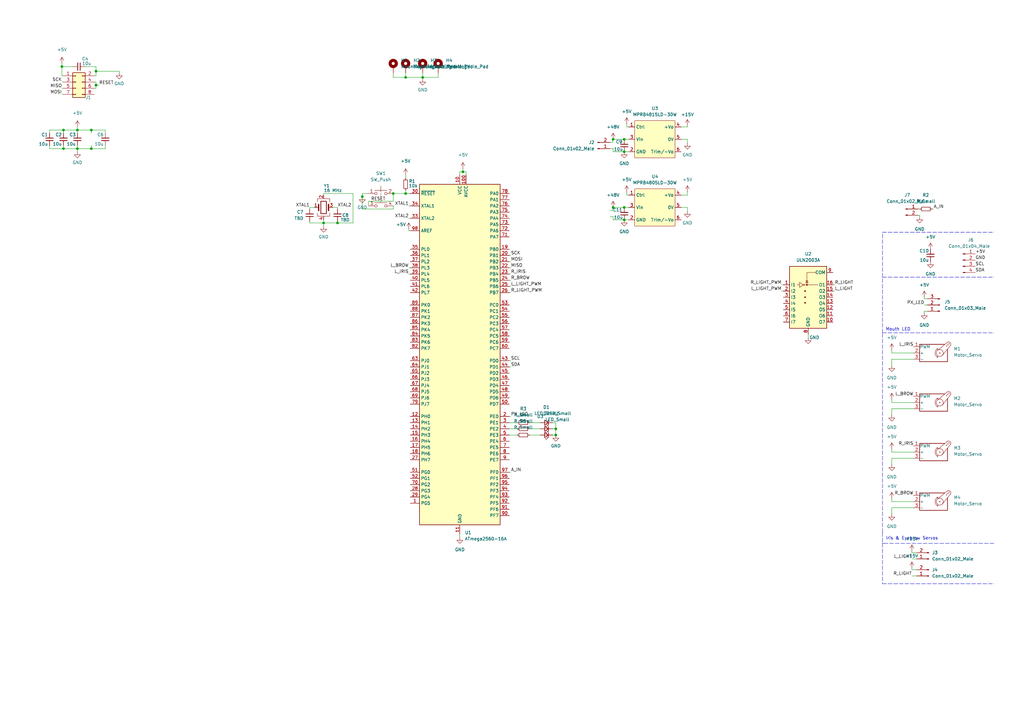
<source format=kicad_sch>
(kicad_sch (version 20211123) (generator eeschema)
  (paper "A3")
  (title_block (title "Oskar III Head Controller") (date "2022-05-09") (rev "1") (company "SA Teaduskeskus AHHAA"))
  (lib_symbols
    (symbol "Connector:Conn_01x02_Male" (pin_names (offset 1.016) hide)
      (property "Reference" "J" (at 0 2.54 0))
      (property "Value" "Conn_01x02_Male" (at 0 -5.08 0))
      (symbol "Conn_01x02_Male_1_1"
        (polyline (pts (xy 1.27 -2.54) (xy 0.8636 -2.54)) (stroke (width 0.1524)))
        (polyline (pts (xy 1.27 0) (xy 0.8636 0)) (stroke (width 0.1524)))
        (rectangle (start 0.8636 -2.413) (end 0 -2.667) (stroke (width 0.1524)) (fill (type outline)))
        (rectangle (start 0.8636 0.127) (end 0 -0.127) (stroke (width 0.1524)) (fill (type outline)))
        (pin passive line (at 5.08 0 180) (length 3.81) (name "Pin_1") (number "1"))
        (pin passive line (at 5.08 -2.54 180) (length 3.81) (name "Pin_2") (number "2"))
      )
    )
    (symbol "Connector:Conn_01x03_Male" (pin_names (offset 1.016) hide)
      (property "Reference" "J" (at 0 5.08 0))
      (property "Value" "Conn_01x03_Male" (at 0 -5.08 0))
      (symbol "Conn_01x03_Male_1_1"
        (polyline (pts (xy 1.27 -2.54) (xy 0.8636 -2.54)) (stroke (width 0.1524)))
        (polyline (pts (xy 1.27 0) (xy 0.8636 0)) (stroke (width 0.1524)))
        (polyline (pts (xy 1.27 2.54) (xy 0.8636 2.54)) (stroke (width 0.1524)))
        (rectangle (start 0.8636 -2.413) (end 0 -2.667) (stroke (width 0.1524)) (fill (type outline)))
        (rectangle (start 0.8636 0.127) (end 0 -0.127) (stroke (width 0.1524)) (fill (type outline)))
        (rectangle (start 0.8636 2.667) (end 0 2.413) (stroke (width 0.1524)) (fill (type outline)))
        (pin passive line (at 5.08 2.54 180) (length 3.81) (name "Pin_1") (number "1"))
        (pin passive line (at 5.08 0 180) (length 3.81) (name "Pin_2") (number "2"))
        (pin passive line (at 5.08 -2.54 180) (length 3.81) (name "Pin_3") (number "3"))
      )
    )
    (symbol "Connector:Conn_01x04_Male" (pin_names (offset 1.016) hide)
      (property "Reference" "J" (at 0 5.08 0))
      (property "Value" "Conn_01x04_Male" (at 0 -7.62 0))
      (symbol "Conn_01x04_Male_1_1"
        (polyline (pts (xy 1.27 -5.08) (xy 0.8636 -5.08)) (stroke (width 0.1524)))
        (polyline (pts (xy 1.27 -2.54) (xy 0.8636 -2.54)) (stroke (width 0.1524)))
        (polyline (pts (xy 1.27 0) (xy 0.8636 0)) (stroke (width 0.1524)))
        (polyline (pts (xy 1.27 2.54) (xy 0.8636 2.54)) (stroke (width 0.1524)))
        (rectangle (start 0.8636 -4.953) (end 0 -5.207) (stroke (width 0.1524)) (fill (type outline)))
        (rectangle (start 0.8636 -2.413) (end 0 -2.667) (stroke (width 0.1524)) (fill (type outline)))
        (rectangle (start 0.8636 0.127) (end 0 -0.127) (stroke (width 0.1524)) (fill (type outline)))
        (rectangle (start 0.8636 2.667) (end 0 2.413) (stroke (width 0.1524)) (fill (type outline)))
        (pin passive line (at 5.08 2.54 180) (length 3.81) (name "Pin_1") (number "1"))
        (pin passive line (at 5.08 0 180) (length 3.81) (name "Pin_2") (number "2"))
        (pin passive line (at 5.08 -2.54 180) (length 3.81) (name "Pin_3") (number "3"))
        (pin passive line (at 5.08 -5.08 180) (length 3.81) (name "Pin_4") (number "4"))
      )
    )
    (symbol "Connector_Generic:Conn_02x04_Odd_Even" (pin_names (offset 1.016) hide)
      (property "Reference" "J" (at 1.27 5.08 0))
      (property "Value" "Conn_02x04_Odd_Even" (at 1.27 -7.62 0))
      (symbol "Conn_02x04_Odd_Even_1_1"
        (rectangle (start -1.27 -4.953) (end 0 -5.207) (stroke (width 0.1524)))
        (rectangle (start -1.27 -2.413) (end 0 -2.667) (stroke (width 0.1524)))
        (rectangle (start -1.27 0.127) (end 0 -0.127) (stroke (width 0.1524)))
        (rectangle (start -1.27 2.667) (end 0 2.413) (stroke (width 0.1524)))
        (rectangle (start -1.27 3.81) (end 3.81 -6.35) (stroke (width 0.254)) (fill (type background)))
        (rectangle (start 3.81 -4.953) (end 2.54 -5.207) (stroke (width 0.1524)))
        (rectangle (start 3.81 -2.413) (end 2.54 -2.667) (stroke (width 0.1524)))
        (rectangle (start 3.81 0.127) (end 2.54 -0.127) (stroke (width 0.1524)))
        (rectangle (start 3.81 2.667) (end 2.54 2.413) (stroke (width 0.1524)))
        (pin passive line (at -5.08 2.54 0) (length 3.81) (name "Pin_1") (number "1"))
        (pin passive line (at 7.62 2.54 180) (length 3.81) (name "Pin_2") (number "2"))
        (pin passive line (at -5.08 0 0) (length 3.81) (name "Pin_3") (number "3"))
        (pin passive line (at 7.62 0 180) (length 3.81) (name "Pin_4") (number "4"))
        (pin passive line (at -5.08 -2.54 0) (length 3.81) (name "Pin_5") (number "5"))
        (pin passive line (at 7.62 -2.54 180) (length 3.81) (name "Pin_6") (number "6"))
        (pin passive line (at -5.08 -5.08 0) (length 3.81) (name "Pin_7") (number "7"))
        (pin passive line (at 7.62 -5.08 180) (length 3.81) (name "Pin_8") (number "8"))
      )
    )
    (symbol "Device:C_Small" (pin_numbers hide) (pin_names (offset 0.254) hide)
      (property "Reference" "C" (at 0.254 1.778 0))
      (property "Value" "C_Small" (at 0.254 -2.032 0))
      (symbol "C_Small_0_1"
        (polyline (pts (xy -1.524 -0.508) (xy 1.524 -0.508)) (stroke (width 0.3302)))
        (polyline (pts (xy -1.524 0.508) (xy 1.524 0.508)) (stroke (width 0.3048)))
      )
      (symbol "C_Small_1_1"
        (pin passive line (at 0 2.54 270) (length 2.032) (name "~") (number "1"))
        (pin passive line (at 0 -2.54 90) (length 2.032) (name "~") (number "2"))
      )
    )
    (symbol "Device:Crystal_GND24" (pin_names (offset 1.016) hide)
      (property "Reference" "Y" (at 3.175 5.08 0))
      (property "Value" "Crystal_GND24" (at 3.175 3.175 0))
      (symbol "Crystal_GND24_0_1"
        (rectangle (start -1.143 2.54) (end 1.143 -2.54) (stroke (width 0.3048)))
        (polyline (pts (xy -2.54 0) (xy -2.032 0)))
        (polyline (pts (xy -2.032 -1.27) (xy -2.032 1.27)) (stroke (width 0.508)))
        (polyline (pts (xy 0 -3.81) (xy 0 -3.556)))
        (polyline (pts (xy 0 3.556) (xy 0 3.81)))
        (polyline (pts (xy 2.032 -1.27) (xy 2.032 1.27)) (stroke (width 0.508)))
        (polyline (pts (xy 2.032 0) (xy 2.54 0)))
        (polyline (pts (xy -2.54 -2.286) (xy -2.54 -3.556) (xy 2.54 -3.556) (xy 2.54 -2.286)))
        (polyline (pts (xy -2.54 2.286) (xy -2.54 3.556) (xy 2.54 3.556) (xy 2.54 2.286)))
      )
      (symbol "Crystal_GND24_1_1"
        (pin passive line (at -3.81 0 0) (length 1.27) (name "1") (number "1"))
        (pin passive line (at 0 5.08 270) (length 1.27) (name "2") (number "2"))
        (pin passive line (at 3.81 0 180) (length 1.27) (name "3") (number "3"))
        (pin passive line (at 0 -5.08 90) (length 1.27) (name "4") (number "4"))
      )
    )
    (symbol "Device:LED_Small" (pin_numbers hide) (pin_names (offset 0.254) hide)
      (property "Reference" "D" (at -1.27 3.175 0))
      (property "Value" "LED_Small" (at -4.445 -2.54 0))
      (symbol "LED_Small_0_1"
        (polyline (pts (xy -0.762 -1.016) (xy -0.762 1.016)) (stroke (width 0.254)))
        (polyline (pts (xy 1.016 0) (xy -0.762 0)))
        (polyline (pts (xy 0.762 -1.016) (xy -0.762 0) (xy 0.762 1.016) (xy 0.762 -1.016)) (stroke (width 0.254)))
        (polyline (pts (xy 0 0.762) (xy -0.508 1.27) (xy -0.254 1.27) (xy -0.508 1.27) (xy -0.508 1.016)))
        (polyline (pts (xy 0.508 1.27) (xy 0 1.778) (xy 0.254 1.778) (xy 0 1.778) (xy 0 1.524)))
      )
      (symbol "LED_Small_1_1"
        (pin passive line (at -2.54 0 0) (length 1.778) (name "K") (number "1"))
        (pin passive line (at 2.54 0 180) (length 1.778) (name "A") (number "2"))
      )
    )
    (symbol "Device:R_Small" (pin_numbers hide) (pin_names (offset 0.254) hide)
      (property "Reference" "R" (at 0.762 0.508 0))
      (property "Value" "R_Small" (at 0.762 -1.016 0))
      (symbol "R_Small_0_1"
        (rectangle (start -0.762 1.778) (end 0.762 -1.778) (stroke (width 0.2032)))
      )
      (symbol "R_Small_1_1"
        (pin passive line (at 0 2.54 270) (length 0.762) (name "~") (number "1"))
        (pin passive line (at 0 -2.54 90) (length 0.762) (name "~") (number "2"))
      )
    )
    (symbol "MCU_Microchip_ATmega:ATmega2560-16A"
      (property "Reference" "U" (at 0 1.27 0))
      (property "Value" "ATmega2560-16A" (at 0 -1.27 0))
      (symbol "ATmega2560-16A_0_1"
        (rectangle (start -16.51 -69.85) (end 16.51 69.85) (stroke (width 0.254)) (fill (type background)))
      )
      (symbol "ATmega2560-16A_1_1"
        (pin bidirectional line (at -20.32 -60.96 0) (length 3.81) (name "PG5") (number "1"))
        (pin power_in line (at 0 73.66 270) (length 3.81) (name "VCC") (number "10"))
        (pin power_in line (at 2.54 73.66 270) (length 3.81) (name "AVCC") (number "100"))
        (pin power_in line (at 0 -73.66 90) (length 3.81) (name "GND") (number "11"))
        (pin bidirectional line (at -20.32 -25.4 0) (length 3.81) (name "PH0") (number "12"))
        (pin bidirectional line (at -20.32 -27.94 0) (length 3.81) (name "PH1") (number "13"))
        (pin bidirectional line (at -20.32 -30.48 0) (length 3.81) (name "PH2") (number "14"))
        (pin bidirectional line (at -20.32 -33.02 0) (length 3.81) (name "PH3") (number "15"))
        (pin bidirectional line (at -20.32 -35.56 0) (length 3.81) (name "PH4") (number "16"))
        (pin bidirectional line (at -20.32 -38.1 0) (length 3.81) (name "PH5") (number "17"))
        (pin bidirectional line (at -20.32 -40.64 0) (length 3.81) (name "PH6") (number "18"))
        (pin bidirectional line (at 20.32 43.18 180) (length 3.81) (name "PB0") (number "19"))
        (pin bidirectional line (at 20.32 -25.4 180) (length 3.81) (name "PE0") (number "2"))
        (pin bidirectional line (at 20.32 40.64 180) (length 3.81) (name "PB1") (number "20"))
        (pin bidirectional line (at 20.32 38.1 180) (length 3.81) (name "PB2") (number "21"))
        (pin bidirectional line (at 20.32 35.56 180) (length 3.81) (name "PB3") (number "22"))
        (pin bidirectional line (at 20.32 33.02 180) (length 3.81) (name "PB4") (number "23"))
        (pin bidirectional line (at 20.32 30.48 180) (length 3.81) (name "PB5") (number "24"))
        (pin bidirectional line (at 20.32 27.94 180) (length 3.81) (name "PB6") (number "25"))
        (pin bidirectional line (at 20.32 25.4 180) (length 3.81) (name "PB7") (number "26"))
        (pin bidirectional line (at -20.32 -43.18 0) (length 3.81) (name "PH7") (number "27"))
        (pin bidirectional line (at -20.32 -55.88 0) (length 3.81) (name "PG3") (number "28"))
        (pin bidirectional line (at -20.32 -58.42 0) (length 3.81) (name "PG4") (number "29"))
        (pin bidirectional line (at 20.32 -27.94 180) (length 3.81) (name "PE1") (number "3"))
        (pin input line (at -20.32 66.04 0) (length 3.81) (name "~{RESET}") (number "30"))
        (pin passive line (at 0 73.66 270) (length 3.81) hide (name "VCC") (number "31"))
        (pin passive line (at 0 -73.66 90) (length 3.81) hide (name "GND") (number "32"))
        (pin output line (at -20.32 55.88 0) (length 3.81) (name "XTAL2") (number "33"))
        (pin input line (at -20.32 60.96 0) (length 3.81) (name "XTAL1") (number "34"))
        (pin bidirectional line (at -20.32 43.18 0) (length 3.81) (name "PL0") (number "35"))
        (pin bidirectional line (at -20.32 40.64 0) (length 3.81) (name "PL1") (number "36"))
        (pin bidirectional line (at -20.32 38.1 0) (length 3.81) (name "PL2") (number "37"))
        (pin bidirectional line (at -20.32 35.56 0) (length 3.81) (name "PL3") (number "38"))
        (pin bidirectional line (at -20.32 33.02 0) (length 3.81) (name "PL4") (number "39"))
        (pin bidirectional line (at 20.32 -30.48 180) (length 3.81) (name "PE2") (number "4"))
        (pin bidirectional line (at -20.32 30.48 0) (length 3.81) (name "PL5") (number "40"))
        (pin bidirectional line (at -20.32 27.94 0) (length 3.81) (name "PL6") (number "41"))
        (pin bidirectional line (at -20.32 25.4 0) (length 3.81) (name "PL7") (number "42"))
        (pin bidirectional line (at 20.32 -2.54 180) (length 3.81) (name "PD0") (number "43"))
        (pin bidirectional line (at 20.32 -5.08 180) (length 3.81) (name "PD1") (number "44"))
        (pin bidirectional line (at 20.32 -7.62 180) (length 3.81) (name "PD2") (number "45"))
        (pin bidirectional line (at 20.32 -10.16 180) (length 3.81) (name "PD3") (number "46"))
        (pin bidirectional line (at 20.32 -12.7 180) (length 3.81) (name "PD4") (number "47"))
        (pin bidirectional line (at 20.32 -15.24 180) (length 3.81) (name "PD5") (number "48"))
        (pin bidirectional line (at 20.32 -17.78 180) (length 3.81) (name "PD6") (number "49"))
        (pin bidirectional line (at 20.32 -33.02 180) (length 3.81) (name "PE3") (number "5"))
        (pin bidirectional line (at 20.32 -20.32 180) (length 3.81) (name "PD7") (number "50"))
        (pin bidirectional line (at -20.32 -48.26 0) (length 3.81) (name "PG0") (number "51"))
        (pin bidirectional line (at -20.32 -50.8 0) (length 3.81) (name "PG1") (number "52"))
        (pin bidirectional line (at 20.32 20.32 180) (length 3.81) (name "PC0") (number "53"))
        (pin bidirectional line (at 20.32 17.78 180) (length 3.81) (name "PC1") (number "54"))
        (pin bidirectional line (at 20.32 15.24 180) (length 3.81) (name "PC2") (number "55"))
        (pin bidirectional line (at 20.32 12.7 180) (length 3.81) (name "PC3") (number "56"))
        (pin bidirectional line (at 20.32 10.16 180) (length 3.81) (name "PC4") (number "57"))
        (pin bidirectional line (at 20.32 7.62 180) (length 3.81) (name "PC5") (number "58"))
        (pin bidirectional line (at 20.32 5.08 180) (length 3.81) (name "PC6") (number "59"))
        (pin bidirectional line (at 20.32 -35.56 180) (length 3.81) (name "PE4") (number "6"))
        (pin bidirectional line (at 20.32 2.54 180) (length 3.81) (name "PC7") (number "60"))
        (pin passive line (at 0 73.66 270) (length 3.81) hide (name "VCC") (number "61"))
        (pin passive line (at 0 -73.66 90) (length 3.81) hide (name "GND") (number "62"))
        (pin bidirectional line (at -20.32 -2.54 0) (length 3.81) (name "PJ0") (number "63"))
        (pin bidirectional line (at -20.32 -5.08 0) (length 3.81) (name "PJ1") (number "64"))
        (pin bidirectional line (at -20.32 -7.62 0) (length 3.81) (name "PJ2") (number "65"))
        (pin bidirectional line (at -20.32 -10.16 0) (length 3.81) (name "PJ3") (number "66"))
        (pin bidirectional line (at -20.32 -12.7 0) (length 3.81) (name "PJ4") (number "67"))
        (pin bidirectional line (at -20.32 -15.24 0) (length 3.81) (name "PJ5") (number "68"))
        (pin bidirectional line (at -20.32 -17.78 0) (length 3.81) (name "PJ6") (number "69"))
        (pin bidirectional line (at 20.32 -38.1 180) (length 3.81) (name "PE5") (number "7"))
        (pin bidirectional line (at -20.32 -53.34 0) (length 3.81) (name "PG2") (number "70"))
        (pin bidirectional line (at 20.32 48.26 180) (length 3.81) (name "PA7") (number "71"))
        (pin bidirectional line (at 20.32 50.8 180) (length 3.81) (name "PA6") (number "72"))
        (pin bidirectional line (at 20.32 53.34 180) (length 3.81) (name "PA5") (number "73"))
        (pin bidirectional line (at 20.32 55.88 180) (length 3.81) (name "PA4") (number "74"))
        (pin bidirectional line (at 20.32 58.42 180) (length 3.81) (name "PA3") (number "75"))
        (pin bidirectional line (at 20.32 60.96 180) (length 3.81) (name "PA2") (number "76"))
        (pin bidirectional line (at 20.32 63.5 180) (length 3.81) (name "PA1") (number "77"))
        (pin bidirectional line (at 20.32 66.04 180) (length 3.81) (name "PA0") (number "78"))
        (pin bidirectional line (at -20.32 -20.32 0) (length 3.81) (name "PJ7") (number "79"))
        (pin bidirectional line (at 20.32 -40.64 180) (length 3.81) (name "PE6") (number "8"))
        (pin passive line (at 0 73.66 270) (length 3.81) hide (name "VCC") (number "80"))
        (pin passive line (at 0 -73.66 90) (length 3.81) hide (name "GND") (number "81"))
        (pin bidirectional line (at -20.32 2.54 0) (length 3.81) (name "PK7") (number "82"))
        (pin bidirectional line (at -20.32 5.08 0) (length 3.81) (name "PK6") (number "83"))
        (pin bidirectional line (at -20.32 7.62 0) (length 3.81) (name "PK5") (number "84"))
        (pin bidirectional line (at -20.32 10.16 0) (length 3.81) (name "PK4") (number "85"))
        (pin bidirectional line (at -20.32 12.7 0) (length 3.81) (name "PK3") (number "86"))
        (pin bidirectional line (at -20.32 15.24 0) (length 3.81) (name "PK2") (number "87"))
        (pin bidirectional line (at -20.32 17.78 0) (length 3.81) (name "PK1") (number "88"))
        (pin bidirectional line (at -20.32 20.32 0) (length 3.81) (name "PK0") (number "89"))
        (pin bidirectional line (at 20.32 -43.18 180) (length 3.81) (name "PE7") (number "9"))
        (pin bidirectional line (at 20.32 -66.04 180) (length 3.81) (name "PF7") (number "90"))
        (pin bidirectional line (at 20.32 -63.5 180) (length 3.81) (name "PF6") (number "91"))
        (pin bidirectional line (at 20.32 -60.96 180) (length 3.81) (name "PF5") (number "92"))
        (pin bidirectional line (at 20.32 -58.42 180) (length 3.81) (name "PF4") (number "93"))
        (pin bidirectional line (at 20.32 -55.88 180) (length 3.81) (name "PF3") (number "94"))
        (pin bidirectional line (at 20.32 -53.34 180) (length 3.81) (name "PF2") (number "95"))
        (pin bidirectional line (at 20.32 -50.8 180) (length 3.81) (name "PF1") (number "96"))
        (pin bidirectional line (at 20.32 -48.26 180) (length 3.81) (name "PF0") (number "97"))
        (pin passive line (at -20.32 50.8 0) (length 3.81) (name "AREF") (number "98"))
        (pin passive line (at 0 -73.66 90) (length 3.81) hide (name "GND") (number "99"))
      )
    )
    (symbol "Mechanical:MountingHole_Pad" (pin_numbers hide) (pin_names (offset 1.016) hide)
      (property "Reference" "H" (at 0 6.35 0))
      (property "Value" "MountingHole_Pad" (at 0 4.445 0))
      (symbol "MountingHole_Pad_0_1"
        (circle (center 0 1.27) (radius 1.27) (stroke (width 1.27)))
      )
      (symbol "MountingHole_Pad_1_1"
        (pin input line (at 0 -2.54 90) (length 2.54) (name "1") (number "1"))
      )
    )
    (symbol "Motor:Motor_Servo" (pin_names (offset 0.0254))
      (property "Reference" "M" (at -5.08 4.445 0))
      (property "Value" "Motor_Servo" (at -5.08 -4.064 0))
      (symbol "Motor_Servo_0_1"
        (polyline (pts (xy 2.413 -1.778) (xy 2.032 -1.778)))
        (polyline (pts (xy 2.413 -1.778) (xy 2.286 -1.397)))
        (polyline (pts (xy 2.413 1.778) (xy 1.905 1.778)))
        (polyline (pts (xy 2.413 1.778) (xy 2.286 1.397)))
        (polyline (pts (xy 6.35 4.445) (xy 2.54 1.27)))
        (polyline (pts (xy 7.62 3.175) (xy 4.191 -1.016)))
        (polyline (pts (xy 5.08 3.556) (xy -5.08 3.556) (xy -5.08 -3.556) (xy 6.35 -3.556) (xy 6.35 1.524)) (stroke (width 0.254)))
        (arc (start 2.413 1.778) (mid 1.2406 0) (end 2.413 -1.778))
        (circle (center 3.175 0) (radius 0.1778))
        (circle (center 3.175 0) (radius 1.4224))
        (circle (center 5.969 2.794) (radius 0.127))
        (circle (center 6.477 3.302) (radius 0.127))
        (circle (center 6.985 3.81) (radius 0.127))
        (arc (start 7.62 3.175) (mid 7.4485 4.2735) (end 6.35 4.445))
      )
      (symbol "Motor_Servo_1_1"
        (pin passive line (at -7.62 2.54 0) (length 2.54) (name "PWM") (number "1"))
        (pin passive line (at -7.62 0 0) (length 2.54) (name "+") (number "2"))
        (pin passive line (at -7.62 -2.54 0) (length 2.54) (name "-") (number "3"))
      )
    )
    (symbol "Oskar:MPRB4812LD-30W"
      (property "Reference" "U" (at 1.27 22.86 0))
      (property "Value" "MPRB4812LD-30W" (at 8.89 3.81 0))
      (symbol "MPRB4812LD-30W_0_0"
        (rectangle (start 0 21.59) (end 16.51 6.35) (fill (type background)))
      )
      (symbol "MPRB4812LD-30W_1_1"
        (pin input line (at -2.54 19.05 0) (length 2.54) (name "Ctrl") (number "1"))
        (pin input line (at -2.54 8.89 0) (length 2.54) (name "GND") (number "2"))
        (pin input line (at -2.54 13.97 0) (length 2.54) (name "Vin") (number "3"))
        (pin input line (at 19.05 19.05 180) (length 2.54) (name "+Vo") (number "4"))
        (pin input line (at 19.05 13.97 180) (length 2.54) (name "0V") (number "5"))
        (pin input line (at 19.05 8.89 180) (length 2.54) (name "Trim/-Vo") (number "6"))
      )
    )
    (symbol "Switch:SW_Push_Dual" (pin_names (offset 1.016) hide)
      (property "Reference" "SW" (at 1.27 2.54 0))
      (property "Value" "SW_Push_Dual" (at 0 -6.858 0))
      (symbol "SW_Push_Dual_0_1"
        (circle (center -2.032 -5.08) (radius 0.508))
        (circle (center -2.032 0) (radius 0.508))
        (polyline (pts (xy 0 -3.048) (xy 0 -3.556)))
        (polyline (pts (xy 0 -2.032) (xy 0 -2.54)))
        (polyline (pts (xy 0 -1.524) (xy 0 -1.016)))
        (polyline (pts (xy 0 -0.508) (xy 0 0)))
        (polyline (pts (xy 0 0.508) (xy 0 1.016)))
        (polyline (pts (xy 0 1.27) (xy 0 3.048)))
        (polyline (pts (xy 2.54 -3.81) (xy -2.54 -3.81)))
        (polyline (pts (xy 2.54 1.27) (xy -2.54 1.27)))
        (circle (center 2.032 -5.08) (radius 0.508))
        (circle (center 2.032 0) (radius 0.508))
        (pin passive line (at -5.08 0 0) (length 2.54) (name "1") (number "1"))
        (pin passive line (at 5.08 0 180) (length 2.54) (name "2") (number "2"))
        (pin passive line (at -5.08 -5.08 0) (length 2.54) (name "3") (number "3"))
        (pin passive line (at 5.08 -5.08 180) (length 2.54) (name "4") (number "4"))
      )
    )
    (symbol "Transistor_Array:ULN2003A"
      (property "Reference" "U" (at 0 15.875 0))
      (property "Value" "ULN2003A" (at 0 13.97 0))
      (symbol "ULN2003A_0_1"
        (rectangle (start -7.62 -12.7) (end 7.62 12.7) (stroke (width 0.254)) (fill (type background)))
        (circle (center -1.778 5.08) (radius 0.254))
        (circle (center -1.27 -2.286) (radius 0.254) (fill (type outline)))
        (circle (center -1.27 0) (radius 0.254) (fill (type outline)))
        (circle (center -1.27 2.54) (radius 0.254) (fill (type outline)))
        (circle (center -0.508 5.08) (radius 0.254) (fill (type outline)))
        (polyline (pts (xy -4.572 5.08) (xy -3.556 5.08)))
        (polyline (pts (xy -1.524 5.08) (xy 4.064 5.08)))
        (polyline (pts (xy 0 6.731) (xy -1.016 6.731)))
        (polyline (pts (xy -0.508 5.08) (xy -0.508 10.16) (xy 2.921 10.16)))
        (polyline (pts (xy -3.556 6.096) (xy -3.556 4.064) (xy -2.032 5.08) (xy -3.556 6.096)))
        (polyline (pts (xy 0 5.969) (xy -1.016 5.969) (xy -0.508 6.731) (xy 0 5.969)))
      )
      (symbol "ULN2003A_1_1"
        (pin input line (at -10.16 5.08 0) (length 2.54) (name "I1") (number "1"))
        (pin open_collector line (at 10.16 -10.16 180) (length 2.54) (name "O7") (number "10"))
        (pin open_collector line (at 10.16 -7.62 180) (length 2.54) (name "O6") (number "11"))
        (pin open_collector line (at 10.16 -5.08 180) (length 2.54) (name "O5") (number "12"))
        (pin open_collector line (at 10.16 -2.54 180) (length 2.54) (name "O4") (number "13"))
        (pin open_collector line (at 10.16 0 180) (length 2.54) (name "O3") (number "14"))
        (pin open_collector line (at 10.16 2.54 180) (length 2.54) (name "O2") (number "15"))
        (pin open_collector line (at 10.16 5.08 180) (length 2.54) (name "O1") (number "16"))
        (pin input line (at -10.16 2.54 0) (length 2.54) (name "I2") (number "2"))
        (pin input line (at -10.16 0 0) (length 2.54) (name "I3") (number "3"))
        (pin input line (at -10.16 -2.54 0) (length 2.54) (name "I4") (number "4"))
        (pin input line (at -10.16 -5.08 0) (length 2.54) (name "I5") (number "5"))
        (pin input line (at -10.16 -7.62 0) (length 2.54) (name "I6") (number "6"))
        (pin input line (at -10.16 -10.16 0) (length 2.54) (name "I7") (number "7"))
        (pin power_in line (at 0 -15.24 90) (length 2.54) (name "GND") (number "8"))
        (pin passive line (at 10.16 10.16 180) (length 2.54) (name "COM") (number "9"))
      )
    )
    (symbol "power:+15V" (power) (pin_names (offset 0))
      (property "Value" "+15V" (at 0 3.556 0))
      (symbol "+15V_0_1"
        (polyline (pts (xy -0.762 1.27) (xy 0 2.54)))
        (polyline (pts (xy 0 0) (xy 0 2.54)))
        (polyline (pts (xy 0 2.54) (xy 0.762 1.27)))
      )
      (symbol "+15V_1_1"
        (pin power_in line (at 0 0 90) (length 0) hide (name "+15V") (number "1"))
      )
    )
    (symbol "power:+48V" (power) (pin_names (offset 0))
      (property "Value" "+48V" (at 0 3.556 0))
      (symbol "+48V_0_1"
        (polyline (pts (xy -0.762 1.27) (xy 0 2.54)))
        (polyline (pts (xy 0 0) (xy 0 2.54)))
        (polyline (pts (xy 0 2.54) (xy 0.762 1.27)))
      )
      (symbol "+48V_1_1"
        (pin power_in line (at 0 0 90) (length 0) hide (name "+48V") (number "1"))
      )
    )
    (symbol "power:+5V" (power) (pin_names (offset 0))
      (property "Value" "+5V" (at 0 3.556 0))
      (symbol "+5V_0_1"
        (polyline (pts (xy -0.762 1.27) (xy 0 2.54)))
        (polyline (pts (xy 0 0) (xy 0 2.54)))
        (polyline (pts (xy 0 2.54) (xy 0.762 1.27)))
      )
      (symbol "+5V_1_1"
        (pin power_in line (at 0 0 90) (length 0) hide (name "+5V") (number "1"))
      )
    )
    (symbol "power:GND" (power) (pin_names (offset 0))
      (property "Value" "GND" (at 0 -3.81 0))
      (symbol "GND_0_1"
        (polyline (pts (xy 0 0) (xy 0 -1.27) (xy 1.27 -1.27) (xy 0 -2.54) (xy -1.27 -1.27) (xy 0 -1.27)))
      )
      (symbol "GND_1_1"
        (pin power_in line (at 0 0 270) (length 0) hide (name "GND") (number "1"))
      )
    )
  )
  (junction (at 189.865 70.485))
  (junction (at 227.965 178.435))
  (junction (at 227.965 175.895))
  (junction (at 256.032 90.17))
  (junction (at 256.032 85.09))
  (junction (at 37.465 60.96))
  (junction (at 166.37 79.375))
  (junction (at 37.465 53.34))
  (junction (at 166.37 31.75))
  (junction (at 39.37 29.21))
  (junction (at 256.032 62.23))
  (junction (at 138.43 91.44))
  (junction (at 31.75 53.34))
  (junction (at 251.46 85.09))
  (junction (at 25.4 27.305))
  (junction (at 39.37 34.925))
  (junction (at 31.75 60.96))
  (junction (at 173.355 31.75))
  (junction (at 161.29 79.375))
  (junction (at 132.715 91.44))
  (junction (at 26.035 53.34))
  (junction (at 251.46 57.15))
  (junction (at 148.59 80.645))
  (junction (at 26.035 60.96))
  (junction (at 256.032 57.15))
  (wire (pts (xy 208.915 178.435) (xy 212.09 178.435)))
  (wire (pts (xy 25.4 26.035) (xy 25.4 27.305)))
  (wire (pts (xy 320.548 119.38) (xy 321.31 119.38)))
  (wire (pts (xy 217.17 173.355) (xy 221.615 173.355)))
  (wire (pts (xy 43.18 53.34) (xy 43.18 54.61)))
  (wire (pts (xy 208.915 175.895) (xy 212.09 175.895)))
  (wire (pts (xy 208.915 107.315) (xy 209.55 107.315)))
  (wire (pts (xy 167.64 93.98) (xy 167.64 94.615)))
  (wire (pts (xy 173.355 31.75) (xy 173.355 29.845)))
  (wire (pts (xy 43.18 60.96) (xy 43.18 59.69)))
  (wire (pts (xy 37.465 60.96) (xy 43.18 60.96)))
  (wire (pts (xy 365.76 184.15) (xy 365.76 185.42)))
  (wire (pts (xy 144.78 91.44) (xy 138.43 91.44)))
  (wire (pts (xy 26.035 60.96) (xy 26.035 59.69)))
  (wire (pts (xy 167.64 112.395) (xy 168.275 112.395)))
  (wire (pts (xy 138.43 85.09) (xy 138.43 85.725)))
  (wire (pts (xy 374.015 229.235) (xy 375.92 229.235)))
  (wire (pts (xy 39.37 29.21) (xy 39.37 31.115)))
  (wire (pts (xy 37.465 53.34) (xy 37.465 54.61)))
  (wire (pts (xy 380.365 127.635) (xy 379.095 127.635)))
  (polyline (pts (xy 361.95 136.525) (xy 407.67 136.525)))
  (wire (pts (xy 281.94 57.15) (xy 281.94 58.674)))
  (wire (pts (xy 173.355 31.75) (xy 179.705 31.75)))
  (wire (pts (xy 189.865 70.485) (xy 191.135 70.485)))
  (wire (pts (xy 365.76 147.32) (xy 365.76 149.86)))
  (wire (pts (xy 31.75 53.34) (xy 31.75 54.61)))
  (wire (pts (xy 208.915 147.955) (xy 209.55 147.955)))
  (polyline (pts (xy 361.95 239.395) (xy 407.67 239.395)))
  (wire (pts (xy 132.715 79.375) (xy 144.78 79.375)))
  (wire (pts (xy 39.37 31.115) (xy 38.735 31.115)))
  (wire (pts (xy 208.915 173.355) (xy 212.09 173.355)))
  (wire (pts (xy 132.715 91.44) (xy 132.715 90.17)))
  (wire (pts (xy 25.4 33.655) (xy 26.035 33.655)))
  (wire (pts (xy 251.206 85.09) (xy 251.206 86.36)))
  (wire (pts (xy 191.135 70.485) (xy 191.135 71.755)))
  (wire (pts (xy 161.29 85.725) (xy 148.59 85.725)))
  (wire (pts (xy 39.37 27.305) (xy 39.37 29.21)))
  (wire (pts (xy 148.59 85.725) (xy 148.59 80.645)))
  (polyline (pts (xy 361.95 113.665) (xy 407.67 113.665)))
  (wire (pts (xy 26.035 31.115) (xy 25.4 31.115)))
  (wire (pts (xy 26.035 53.34) (xy 31.75 53.34)))
  (wire (pts (xy 365.76 144.78) (xy 374.65 144.78)))
  (wire (pts (xy 379.095 122.555) (xy 380.365 122.555)))
  (wire (pts (xy 365.76 205.74) (xy 374.65 205.74)))
  (wire (pts (xy 226.695 173.355) (xy 227.965 173.355)))
  (wire (pts (xy 168.275 94.615) (xy 167.64 94.615)))
  (wire (pts (xy 31.75 52.07) (xy 31.75 53.34)))
  (wire (pts (xy 37.465 53.34) (xy 43.18 53.34)))
  (wire (pts (xy 256.032 85.09) (xy 257.81 85.09)))
  (wire (pts (xy 25.4 27.305) (xy 29.845 27.305)))
  (wire (pts (xy 132.715 91.44) (xy 138.43 91.44)))
  (wire (pts (xy 166.37 71.755) (xy 166.37 73.025)))
  (wire (pts (xy 39.37 36.195) (xy 38.735 36.195)))
  (wire (pts (xy 379.095 125.095) (xy 380.365 125.095)))
  (wire (pts (xy 320.548 116.84) (xy 321.31 116.84)))
  (wire (pts (xy 365.76 185.42) (xy 374.65 185.42)))
  (wire (pts (xy 128.905 85.09) (xy 127 85.09)))
  (wire (pts (xy 31.75 60.96) (xy 37.465 60.96)))
  (wire (pts (xy 188.595 71.755) (xy 188.595 70.485)))
  (wire (pts (xy 376.555 85.725) (xy 377.19 85.725)))
  (wire (pts (xy 161.29 84.455) (xy 161.29 85.725)))
  (wire (pts (xy 256.032 57.15) (xy 251.46 57.15)))
  (wire (pts (xy 227.965 175.895) (xy 226.695 175.895)))
  (wire (pts (xy 376.555 88.265) (xy 377.19 88.265)))
  (wire (pts (xy 161.29 31.75) (xy 166.37 31.75)))
  (wire (pts (xy 167.64 109.855) (xy 168.275 109.855)))
  (wire (pts (xy 188.595 219.075) (xy 188.595 220.345)))
  (wire (pts (xy 166.37 78.105) (xy 166.37 79.375)))
  (polyline (pts (xy 361.95 222.885) (xy 362.585 222.885)))
  (wire (pts (xy 257.81 52.07) (xy 257.048 52.07)))
  (polyline (pts (xy 361.95 113.665) (xy 361.95 95.25)))
  (wire (pts (xy 257.048 78.74) (xy 257.048 80.01)))
  (wire (pts (xy 279.4 57.15) (xy 281.94 57.15)))
  (wire (pts (xy 173.355 31.75) (xy 173.355 32.385)))
  (wire (pts (xy 161.29 79.375) (xy 161.29 82.55)))
  (wire (pts (xy 281.94 78.74) (xy 281.94 80.01)))
  (wire (pts (xy 281.94 85.09) (xy 281.94 86.614)))
  (wire (pts (xy 365.76 163.83) (xy 365.76 165.1)))
  (wire (pts (xy 365.76 187.96) (xy 374.65 187.96)))
  (wire (pts (xy 256.032 90.17) (xy 257.81 90.17)))
  (polyline (pts (xy 361.95 136.525) (xy 361.95 113.665)))
  (wire (pts (xy 365.76 147.32) (xy 374.65 147.32)))
  (wire (pts (xy 127 90.805) (xy 127 91.44)))
  (wire (pts (xy 166.37 31.75) (xy 173.355 31.75)))
  (wire (pts (xy 279.4 52.07) (xy 281.94 52.07)))
  (wire (pts (xy 208.915 112.395) (xy 209.55 112.395)))
  (wire (pts (xy 250.19 86.36) (xy 251.206 86.36)))
  (wire (pts (xy 341.63 119.38) (xy 342.392 119.38)))
  (polyline (pts (xy 361.95 218.44) (xy 361.95 136.525)))
  (wire (pts (xy 257.048 50.8) (xy 257.048 52.07)))
  (wire (pts (xy 179.705 31.75) (xy 179.705 29.845)))
  (wire (pts (xy 189.865 69.215) (xy 189.865 70.485)))
  (wire (pts (xy 379.095 127.635) (xy 379.095 128.27)))
  (wire (pts (xy 188.595 70.485) (xy 189.865 70.485)))
  (wire (pts (xy 208.915 109.855) (xy 209.55 109.855)))
  (wire (pts (xy 281.94 51.562) (xy 281.94 52.07)))
  (wire (pts (xy 251.46 85.09) (xy 251.206 85.09)))
  (wire (pts (xy 217.17 178.435) (xy 221.615 178.435)))
  (wire (pts (xy 250.19 88.9) (xy 251.46 88.9)))
  (wire (pts (xy 148.59 79.375) (xy 148.59 80.645)))
  (wire (pts (xy 39.37 34.925) (xy 40.64 34.925)))
  (polyline (pts (xy 361.95 218.44) (xy 361.95 222.885)))
  (wire (pts (xy 148.59 79.375) (xy 151.13 79.375)))
  (wire (pts (xy 20.32 60.96) (xy 26.035 60.96)))
  (wire (pts (xy 227.965 173.355) (xy 227.965 175.895)))
  (wire (pts (xy 168.275 79.375) (xy 166.37 79.375)))
  (wire (pts (xy 365.76 167.64) (xy 365.76 170.18)))
  (wire (pts (xy 26.035 60.96) (xy 31.75 60.96)))
  (wire (pts (xy 132.715 91.44) (xy 132.715 92.71)))
  (wire (pts (xy 26.035 53.34) (xy 26.035 54.61)))
  (wire (pts (xy 377.19 88.265) (xy 377.19 88.9)))
  (wire (pts (xy 37.465 60.96) (xy 37.465 59.69)))
  (wire (pts (xy 127 91.44) (xy 132.715 91.44)))
  (wire (pts (xy 136.525 85.09) (xy 138.43 85.09)))
  (wire (pts (xy 31.75 60.96) (xy 31.75 59.69)))
  (wire (pts (xy 374.015 233.045) (xy 374.015 233.68)))
  (wire (pts (xy 208.915 150.495) (xy 209.55 150.495)))
  (wire (pts (xy 20.32 59.69) (xy 20.32 60.96)))
  (wire (pts (xy 251.46 60.96) (xy 251.46 62.23)))
  (wire (pts (xy 279.4 85.09) (xy 281.94 85.09)))
  (wire (pts (xy 166.37 31.75) (xy 166.37 29.845)))
  (polyline (pts (xy 407.67 222.885) (xy 361.95 222.885)))
  (wire (pts (xy 251.46 57.15) (xy 251.206 57.15)))
  (wire (pts (xy 382.27 85.725) (xy 382.905 85.725)))
  (wire (pts (xy 25.4 38.735) (xy 26.035 38.735)))
  (wire (pts (xy 132.715 80.01) (xy 132.715 79.375)))
  (wire (pts (xy 256.032 90.17) (xy 251.46 90.17)))
  (wire (pts (xy 38.735 33.655) (xy 39.37 33.655)))
  (wire (pts (xy 227.965 178.435) (xy 226.695 178.435)))
  (wire (pts (xy 208.915 114.935) (xy 209.55 114.935)))
  (wire (pts (xy 250.19 60.96) (xy 251.46 60.96)))
  (wire (pts (xy 34.925 27.305) (xy 39.37 27.305)))
  (wire (pts (xy 25.4 31.115) (xy 25.4 27.305)))
  (wire (pts (xy 279.4 80.01) (xy 281.94 80.01)))
  (wire (pts (xy 374.015 233.68) (xy 375.92 233.68)))
  (wire (pts (xy 251.206 57.15) (xy 251.206 58.42)))
  (wire (pts (xy 341.63 116.84) (xy 342.392 116.84)))
  (wire (pts (xy 167.64 84.455) (xy 168.275 84.455)))
  (wire (pts (xy 167.64 89.535) (xy 168.275 89.535)))
  (wire (pts (xy 227.965 175.895) (xy 227.965 178.435)))
  (wire (pts (xy 208.915 193.675) (xy 209.55 193.675)))
  (wire (pts (xy 20.32 54.61) (xy 20.32 53.34)))
  (wire (pts (xy 251.46 88.9) (xy 251.46 90.17)))
  (wire (pts (xy 208.915 117.475) (xy 209.55 117.475)))
  (wire (pts (xy 374.015 226.695) (xy 375.92 226.695)))
  (wire (pts (xy 31.75 60.96) (xy 31.75 62.23)))
  (wire (pts (xy 365.76 208.28) (xy 365.76 210.82)))
  (wire (pts (xy 20.32 53.34) (xy 26.035 53.34)))
  (wire (pts (xy 379.095 121.92) (xy 379.095 122.555)))
  (wire (pts (xy 365.76 167.64) (xy 374.65 167.64)))
  (wire (pts (xy 127 85.09) (xy 127 85.725)))
  (wire (pts (xy 138.43 91.44) (xy 138.43 90.805)))
  (wire (pts (xy 161.29 29.845) (xy 161.29 31.75)))
  (wire (pts (xy 250.19 58.42) (xy 251.206 58.42)))
  (wire (pts (xy 161.29 79.375) (xy 166.37 79.375)))
  (wire (pts (xy 217.17 175.895) (xy 221.615 175.895)))
  (wire (pts (xy 374.015 226.06) (xy 374.015 226.695)))
  (wire (pts (xy 151.13 84.455) (xy 151.13 82.55)))
  (polyline (pts (xy 361.95 95.25) (xy 407.67 95.25)))
  (wire (pts (xy 48.895 29.21) (xy 48.895 29.845)))
  (wire (pts (xy 151.13 82.55) (xy 161.29 82.55)))
  (wire (pts (xy 256.032 85.09) (xy 251.46 85.09)))
  (wire (pts (xy 39.37 33.655) (xy 39.37 34.925)))
  (wire (pts (xy 365.76 208.28) (xy 374.65 208.28)))
  (wire (pts (xy 365.76 187.96) (xy 365.76 190.5)))
  (wire (pts (xy 256.032 57.15) (xy 257.81 57.15)))
  (wire (pts (xy 208.915 120.015) (xy 209.55 120.015)))
  (wire (pts (xy 144.78 79.375) (xy 144.78 91.44)))
  (wire (pts (xy 365.76 204.47) (xy 365.76 205.74)))
  (wire (pts (xy 331.47 137.16) (xy 331.47 138.43)))
  (wire (pts (xy 25.4 36.195) (xy 26.035 36.195)))
  (polyline (pts (xy 361.95 222.885) (xy 361.95 239.395)))
  (wire (pts (xy 365.76 143.51) (xy 365.76 144.78)))
  (wire (pts (xy 31.75 53.34) (xy 37.465 53.34)))
  (wire (pts (xy 39.37 34.925) (xy 39.37 36.195)))
  (wire (pts (xy 256.032 62.23) (xy 251.46 62.23)))
  (wire (pts (xy 208.915 170.815) (xy 209.55 170.815)))
  (wire (pts (xy 39.37 29.21) (xy 48.895 29.21)))
  (wire (pts (xy 365.76 165.1) (xy 374.65 165.1)))
  (wire (pts (xy 256.032 62.23) (xy 257.81 62.23)))
  (wire (pts (xy 208.915 104.775) (xy 209.55 104.775)))
  (wire (pts (xy 257.81 80.01) (xy 257.048 80.01)))
  (wire (pts (xy 374.015 236.22) (xy 375.92 236.22)))
  (text "Mouth LED" (at 363.22 135.89 0) (effects (font (size 1.27 1.27)) (justify left bottom)))
  (text "Iris & Eyebrow Servos" (at 363.22 221.615 0) (effects (font (size 1.27 1.27)) (justify left bottom)))
  (label "R_IRIS" (at 374.65 182.88 180))
  (label "A_IN" (at 382.905 85.725 0))
  (label "L_BROW" (at 374.65 162.56 180))
  (label "XTAL2" (at 167.64 89.535 180))
  (label "SCL" (at 400.05 109.22 0))
  (label "GND" (at 400.05 106.68 0))
  (label "L_LIGHT_PWM" (at 320.548 119.38 180))
  (label "RESET" (at 158.115 82.55 180))
  (label "SCK" (at 209.55 104.775 0))
  (label "MISO" (at 209.55 109.855 0))
  (label "SDA" (at 209.55 150.495 0))
  (label "SDA" (at 400.05 111.76 0))
  (label "R_LIGHT_PWM" (at 209.55 120.015 0))
  (label "SCL" (at 209.55 147.955 0))
  (label "XTAL1" (at 127 85.09 180))
  (label "R_BROW" (at 374.65 203.2 180))
  (label "SCK" (at 25.4 33.655 180))
  (label "R_IRIS" (at 209.55 112.395 0))
  (label "L_BROW" (at 167.64 109.855 180))
  (label "A_IN" (at 209.55 193.675 0))
  (label "XTAL1" (at 167.64 84.455 180))
  (label "R_LIGHT" (at 374.015 236.22 180))
  (label "+5V" (at 400.05 104.14 0))
  (label "MISO" (at 25.4 36.195 180))
  (label "L_LIGHT" (at 374.015 229.235 180))
  (label "R_LIGHT" (at 342.392 116.84 0))
  (label "L_LIGHT" (at 342.392 119.38 0))
  (label "R_BROW" (at 209.55 114.935 0))
  (label "L_IRIS" (at 167.64 112.395 180))
  (label "XTAL2" (at 138.43 85.09 0))
  (label "MOSI" (at 25.4 38.735 180))
  (label "RESET" (at 40.64 34.925 0))
  (label "L_LIGHT_PWM" (at 209.55 117.475 0))
  (label "PX_LED" (at 379.095 125.095 180))
  (label "R_LIGHT_PWM" (at 320.548 116.84 180))
  (label "L_IRIS" (at 374.65 142.24 180))
  (label "MOSI" (at 209.55 107.315 0))
  (label "PX_LED" (at 209.55 170.815 0))
  (symbol (lib_id "power:GND") (at 365.76 170.18 0) (unit 1)
    (property "Reference" "#PWR0102" (effects hide))
    (property "Value" "GND" (at 365.76 175.26 0))
  )
  (symbol (lib_id "power:GND") (at 227.965 178.435 0) (unit 1)
    (property "Reference" "#PWR0138" (effects hide))
    (property "Value" "GND" (at 227.965 182.88 0))
  )
  (symbol (lib_id "power:GND") (at 331.47 138.43 0) (unit 1)
    (property "Reference" "#PWR0119" (effects hide))
    (property "Value" "GND" (at 334.01 138.43 0))
  )
  (symbol (lib_id "Device:LED_Small") (at 224.155 175.895 180) (unit 1)
    (property "Reference" "D2" (at 224.0915 169.545 0))
    (property "Value" "LED_Small" (at 229.235 169.545 0))
    (property "Footprint" "LED_SMD:LED_0603_1608Metric" (effects hide))
  )
  (symbol (lib_id "power:+5V") (at 365.76 184.15 0) (unit 1)
    (property "Reference" "#PWR0113" (effects hide))
    (property "Value" "+5V" (at 365.76 179.07 0))
  )
  (symbol (lib_id "Motor:Motor_Servo") (at 382.27 205.74 0) (unit 1)
    (property "Reference" "M4" (at 391.16 204.0365 0) (effects (justify left)))
    (property "Value" "Motor_Servo" (at 391.16 206.5765 0) (effects (justify left)))
    (property "Footprint" "Connector_Molex:Molex_KK-254_AE-6410-03A_1x03_P2.54mm_Vertical" (effects hide))
    (property "Datasheet" "http://forums.parallax.com/uploads/attachments/46831/74481.png" (effects hide))
  )
  (symbol (lib_id "power:GND") (at 173.355 32.385 0) (unit 1)
    (property "Reference" "#PWR0137" (effects hide))
    (property "Value" "GND" (at 173.355 36.83 0))
  )
  (symbol (lib_id "power:GND") (at 31.75 62.23 0) (unit 1)
    (property "Reference" "#PWR0111" (effects hide))
    (property "Value" "GND" (at 31.75 66.675 0))
  )
  (symbol (lib_id "power:+15V") (at 374.015 233.045 0) (unit 1)
    (property "Reference" "#PWR0123" (effects hide))
    (property "Value" "+15V" (at 374.015 227.965 0))
  )
  (symbol (lib_id "Motor:Motor_Servo") (at 382.27 144.78 0) (unit 1)
    (property "Reference" "M1" (at 391.16 143.0765 0) (effects (justify left)))
    (property "Value" "Motor_Servo" (at 391.16 145.6165 0) (effects (justify left)))
    (property "Footprint" "Connector_Molex:Molex_KK-254_AE-6410-03A_1x03_P2.54mm_Vertical" (effects hide))
    (property "Datasheet" "http://forums.parallax.com/uploads/attachments/46831/74481.png" (effects hide))
  )
  (symbol (lib_id "Device:C_Small") (at 256.032 87.63 0) (mirror x) (unit 1)
    (property "Reference" "C11" (at 255.27 86.106 0) (effects (justify right)))
    (property "Value" "10u" (at 255.524 89.154 0) (effects (justify right)))
    (property "Footprint" "Capacitor_SMD:C_0603_1608Metric" (effects hide))
  )
  (symbol (lib_id "power:+5V") (at 257.048 78.74 0) (unit 1)
    (property "Reference" "#PWR0132" (effects hide))
    (property "Value" "+5V" (at 257.048 73.66 0))
  )
  (symbol (lib_id "Device:C_Small") (at 256.032 59.69 0) (mirror x) (unit 1)
    (property "Reference" "C9" (at 255.27 58.166 0) (effects (justify right)))
    (property "Value" "10u" (at 255.524 61.214 0) (effects (justify right)))
    (property "Footprint" "Capacitor_SMD:C_0603_1608Metric" (effects hide))
  )
  (symbol (lib_id "Connector:Conn_01x03_Male") (at 385.445 125.095 180) (unit 1)
    (property "Reference" "J5" (at 387.35 123.8249 0) (effects (justify right)))
    (property "Value" "Conn_01x03_Male" (at 387.35 126.3649 0) (effects (justify right)))
    (property "Footprint" "Connector_Molex:Molex_KK-254_AE-6410-03A_1x03_P2.54mm_Vertical" (effects hide))
  )
  (symbol (lib_id "power:GND") (at 377.19 88.9 0) (unit 1)
    (property "Reference" "#PWR0129" (effects hide))
    (property "Value" "GND" (at 377.19 93.98 0))
  )
  (symbol (lib_id "power:+5V") (at 381.635 102.235 0) (unit 1)
    (property "Reference" "#PWR0128" (effects hide))
    (property "Value" "+5V" (at 381.635 97.155 0))
  )
  (symbol (lib_id "Device:C_Small") (at 32.385 27.305 270) (mirror x) (unit 1)
    (property "Reference" "C4" (at 34.925 24.13 90))
    (property "Value" "10u" (at 35.56 26.035 90))
    (property "Footprint" "Capacitor_SMD:C_0603_1608Metric" (effects hide))
  )
  (symbol (lib_id "Oskar:MPRB4812LD-30W") (at 260.35 71.12 0) (unit 1)
    (property "Reference" "U3" (at 268.605 44.45 0))
    (property "Value" "MPRB4815LD-30W" (at 268.605 46.99 0))
    (property "Footprint" "Oskar:MPRB4812LD-30W" (effects hide))
  )
  (symbol (lib_id "Device:C_Small") (at 31.75 57.15 0) (mirror x) (unit 1)
    (property "Reference" "C3" (at 31.115 55.245 0) (effects (justify right)))
    (property "Value" "10u" (at 31.115 59.055 0) (effects (justify right)))
    (property "Footprint" "Capacitor_SMD:C_0603_1608Metric" (effects hide))
  )
  (symbol (lib_id "Device:C_Small") (at 138.43 88.265 180) (unit 1)
    (property "Reference" "C8" (at 140.335 88.265 0) (effects (justify right)))
    (property "Value" "TBD" (at 139.7 90.17 0) (effects (justify right)))
    (property "Footprint" "Capacitor_SMD:C_0603_1608Metric" (effects hide))
  )
  (symbol (lib_id "Device:C_Small") (at 127 88.265 0) (mirror x) (unit 1)
    (property "Reference" "C7" (at 124.46 86.9885 0) (effects (justify right)))
    (property "Value" "TBD" (at 124.46 89.5285 0) (effects (justify right)))
    (property "Footprint" "Capacitor_SMD:C_0603_1608Metric" (effects hide))
  )
  (symbol (lib_id "power:GND") (at 281.94 58.674 0) (unit 1)
    (property "Reference" "#PWR0125" (effects hide))
    (property "Value" "GND" (at 281.94 63.5 0))
  )
  (symbol (lib_id "Motor:Motor_Servo") (at 382.27 165.1 0) (unit 1)
    (property "Reference" "M2" (at 391.16 163.3965 0) (effects (justify left)))
    (property "Value" "Motor_Servo" (at 391.16 165.9365 0) (effects (justify left)))
    (property "Footprint" "Connector_Molex:Molex_KK-254_AE-6410-03A_1x03_P2.54mm_Vertical" (effects hide))
    (property "Datasheet" "http://forums.parallax.com/uploads/attachments/46831/74481.png" (effects hide))
  )
  (symbol (lib_id "MCU_Microchip_ATmega:ATmega2560-16A") (at 188.595 145.415 0) (unit 1)
    (property "Reference" "U1" (at 190.6144 218.44 0) (effects (justify left)))
    (property "Value" "ATmega2560-16A" (at 190.6144 220.98 0) (effects (justify left)))
    (property "Footprint" "Package_QFP:TQFP-100_14x14mm_P0.5mm" (effects hide))
    (property "Datasheet" "http://ww1.microchip.com/downloads/en/DeviceDoc/Atmel-2549-8-bit-AVR-Microcontroller-ATmega640-1280-1281-2560-2561_datasheet.pdf" (effects hide))
  )
  (symbol (lib_id "power:+5V") (at 379.095 121.92 0) (unit 1)
    (property "Reference" "#PWR0117" (effects hide))
    (property "Value" "+5V" (at 379.095 116.84 0))
  )
  (symbol (lib_id "Connector_Generic:Conn_02x04_Odd_Even") (at 31.115 33.655 0) (unit 1)
    (property "Reference" "J1" (at 36.195 40.005 0))
    (property "Value" "Conn_02x04_Odd_Even" (effects hide))
    (property "Footprint" "Connector_PinHeader_2.54mm:PinHeader_2x04_P2.54mm_Vertical" (effects hide))
  )
  (symbol (lib_id "Mechanical:MountingHole_Pad") (at 161.29 27.305 0) (unit 1)
    (property "Reference" "H1" (at 164.465 24.7649 0) (effects (justify left)))
    (property "Value" "MountingHole_Pad" (at 164.465 27.3049 0) (effects (justify left)))
    (property "Footprint" "MountingHole:MountingHole_3.2mm_M3_DIN965_Pad_TopBottom" (effects hide))
  )
  (symbol (lib_id "power:GND") (at 281.94 86.614 0) (unit 1)
    (property "Reference" "#PWR0133" (effects hide))
    (property "Value" "GND" (at 281.94 91.44 0))
  )
  (symbol (lib_id "power:GND") (at 365.76 149.86 0) (unit 1)
    (property "Reference" "#PWR0103" (effects hide))
    (property "Value" "GND" (at 365.76 154.94 0))
  )
  (symbol (lib_id "power:+5V") (at 365.76 163.83 0) (unit 1)
    (property "Reference" "#PWR0101" (effects hide))
    (property "Value" "+5V" (at 365.76 158.75 0))
  )
  (symbol (lib_id "Device:C_Small") (at 381.635 104.775 0) (mirror x) (unit 1)
    (property "Reference" "C10" (at 381 102.87 0) (effects (justify right)))
    (property "Value" "10u" (at 381 106.68 0) (effects (justify right)))
    (property "Footprint" "Capacitor_SMD:C_0603_1608Metric" (effects hide))
  )
  (symbol (lib_id "power:GND") (at 256.032 62.23 0) (unit 1)
    (property "Reference" "#PWR0130" (effects hide))
    (property "Value" "GND" (at 256.032 67.056 0))
  )
  (symbol (lib_id "power:+5V") (at 281.94 78.74 0) (unit 1)
    (property "Reference" "#PWR0134" (effects hide))
    (property "Value" "+5V" (at 281.94 73.66 0))
  )
  (symbol (lib_id "power:+5V") (at 365.76 204.47 0) (unit 1)
    (property "Reference" "#PWR0115" (effects hide))
    (property "Value" "+5V" (at 365.76 199.39 0))
  )
  (symbol (lib_id "power:+5V") (at 167.64 93.98 0) (unit 1)
    (property "Reference" "#PWR0120" (effects hide))
    (property "Value" "+5V" (at 164.465 92.075 0))
  )
  (symbol (lib_id "power:GND") (at 379.095 128.27 0) (unit 1)
    (property "Reference" "#PWR0118" (effects hide))
    (property "Value" "GND" (at 379.095 133.35 0))
  )
  (symbol (lib_id "power:GND") (at 148.59 80.645 0) (unit 1)
    (property "Reference" "#PWR0108" (effects hide))
    (property "Value" "GND" (at 148.59 85.09 0))
  )
  (symbol (lib_id "Switch:SW_Push_Dual") (at 156.21 79.375 0) (unit 1)
    (property "Reference" "SW1" (at 156.21 71.12 0))
    (property "Value" "SW_Push" (at 156.21 73.66 0))
    (property "Footprint" "Button_Switch_SMD:SW_Push_1P1T_NO_CK_KMR2" (effects hide))
  )
  (symbol (lib_id "Device:Crystal_GND24") (at 132.715 85.09 0) (unit 1)
    (property "Reference" "Y1" (at 133.985 76.2 0))
    (property "Value" "16 MHz" (at 136.525 78.105 0))
    (property "Footprint" "Crystal:Crystal_SMD_SeikoEpson_FA238V-4Pin_3.2x2.5mm" (effects hide))
  )
  (symbol (lib_id "Motor:Motor_Servo") (at 382.27 185.42 0) (unit 1)
    (property "Reference" "M3" (at 391.16 183.7165 0) (effects (justify left)))
    (property "Value" "Motor_Servo" (at 391.16 186.2565 0) (effects (justify left)))
    (property "Footprint" "Connector_Molex:Molex_KK-254_AE-6410-03A_1x03_P2.54mm_Vertical" (effects hide))
    (property "Datasheet" "http://forums.parallax.com/uploads/attachments/46831/74481.png" (effects hide))
  )
  (symbol (lib_id "Connector:Conn_01x02_Male") (at 381 229.235 180) (unit 1)
    (property "Reference" "J3" (at 382.27 226.6949 0) (effects (justify right)))
    (property "Value" "Conn_01x02_Male" (at 382.27 229.2349 0) (effects (justify right)))
    (property "Footprint" "Connector_Molex:Molex_KK-254_AE-6410-02A_1x02_P2.54mm_Vertical" (effects hide))
  )
  (symbol (lib_id "Device:C_Small") (at 20.32 57.15 0) (mirror x) (unit 1)
    (property "Reference" "C1" (at 19.685 55.245 0) (effects (justify right)))
    (property "Value" "10u" (at 19.685 59.055 0) (effects (justify right)))
    (property "Footprint" "Capacitor_SMD:C_0603_1608Metric" (effects hide))
  )
  (symbol (lib_id "Device:R_Small") (at 214.63 178.435 90) (unit 1)
    (property "Reference" "R5" (at 214.63 172.72 90))
    (property "Value" "R_Small" (at 214.63 175.26 90))
    (property "Footprint" "Resistor_SMD:R_0603_1608Metric" (effects hide))
  )
  (symbol (lib_id "Device:R_Small") (at 166.37 75.565 0) (unit 1)
    (property "Reference" "R1" (at 167.64 74.295 0) (effects (justify left)))
    (property "Value" "10k" (at 167.64 76.2 0) (effects (justify left)))
    (property "Footprint" "Resistor_SMD:R_0603_1608Metric" (effects hide))
  )
  (symbol (lib_id "power:GND") (at 365.76 210.82 0) (unit 1)
    (property "Reference" "#PWR0114" (effects hide))
    (property "Value" "GND" (at 365.76 215.9 0))
  )
  (symbol (lib_id "power:+5V") (at 25.4 26.035 0) (unit 1)
    (property "Reference" "#PWR0110" (effects hide))
    (property "Value" "+5V" (at 25.4 20.32 0))
  )
  (symbol (lib_id "power:+15V") (at 374.015 226.06 0) (unit 1)
    (property "Reference" "#PWR0122" (effects hide))
    (property "Value" "+15V" (at 374.015 220.98 0))
  )
  (symbol (lib_id "Device:C_Small") (at 43.18 57.15 0) (mirror x) (unit 1)
    (property "Reference" "C6" (at 42.545 55.245 0) (effects (justify right)))
    (property "Value" "10u" (at 42.545 59.055 0) (effects (justify right)))
    (property "Footprint" "Capacitor_SMD:C_0603_1608Metric" (effects hide))
  )
  (symbol (lib_id "power:+48V") (at 251.46 57.15 0) (unit 1)
    (property "Reference" "#PWR0131" (effects hide))
    (property "Value" "+48V" (at 251.46 52.07 0))
  )
  (symbol (lib_id "power:GND") (at 188.595 220.345 0) (unit 1)
    (property "Reference" "#PWR0121" (effects hide))
    (property "Value" "GND" (at 188.595 225.425 0))
  )
  (symbol (lib_id "Transistor_Array:ULN2003A") (at 331.47 121.92 0) (unit 1)
    (property "Reference" "U2" (at 331.47 104.14 0))
    (property "Value" "ULN2003A" (at 331.47 106.68 0))
    (property "Footprint" "Package_SO:SOP-16_3.9x9.9mm_P1.27mm" (effects hide))
    (property "Datasheet" "http://www.ti.com/lit/ds/symlink/uln2003a.pdf" (effects hide))
  )
  (symbol (lib_id "power:GND") (at 256.032 90.17 0) (unit 1)
    (property "Reference" "#PWR0135" (effects hide))
    (property "Value" "GND" (at 256.032 94.996 0))
  )
  (symbol (lib_id "Mechanical:MountingHole_Pad") (at 173.355 27.305 0) (unit 1)
    (property "Reference" "H3" (at 176.53 24.7649 0) (effects (justify left)))
    (property "Value" "MountingHole_Pad" (at 176.53 27.3049 0) (effects (justify left)))
    (property "Footprint" "MountingHole:MountingHole_3.2mm_M3_DIN965_Pad_TopBottom" (effects hide))
  )
  (symbol (lib_id "Mechanical:MountingHole_Pad") (at 166.37 27.305 0) (unit 1)
    (property "Reference" "H2" (at 169.545 24.7649 0) (effects (justify left)))
    (property "Value" "MountingHole_Pad" (at 169.545 27.3049 0) (effects (justify left)))
    (property "Footprint" "MountingHole:MountingHole_3.2mm_M3_DIN965_Pad_TopBottom" (effects hide))
  )
  (symbol (lib_id "power:+48V") (at 251.46 85.09 0) (unit 1)
    (property "Reference" "#PWR0136" (effects hide))
    (property "Value" "+48V" (at 251.46 80.01 0))
  )
  (symbol (lib_id "Device:R_Small") (at 214.63 175.895 90) (unit 1)
    (property "Reference" "R4" (at 214.63 170.18 90))
    (property "Value" "R_Small" (at 214.63 172.72 90))
    (property "Footprint" "Resistor_SMD:R_0603_1608Metric" (effects hide))
  )
  (symbol (lib_id "Device:LED_Small") (at 224.155 173.355 180) (unit 1)
    (property "Reference" "D1" (at 224.0915 167.005 0))
    (property "Value" "LED_Small" (at 224.0915 169.545 0))
    (property "Footprint" "LED_SMD:LED_0603_1608Metric" (effects hide))
  )
  (symbol (lib_id "power:GND") (at 365.76 190.5 0) (unit 1)
    (property "Reference" "#PWR0116" (effects hide))
    (property "Value" "GND" (at 365.76 195.58 0))
  )
  (symbol (lib_id "power:+15V") (at 281.94 51.562 0) (unit 1)
    (property "Reference" "#PWR0126" (effects hide))
    (property "Value" "+15V" (at 281.94 46.99 0))
  )
  (symbol (lib_id "power:GND") (at 381.635 107.315 0) (unit 1)
    (property "Reference" "#PWR0127" (effects hide))
    (property "Value" "GND" (at 381.635 112.395 0))
  )
  (symbol (lib_id "Device:LED_Small") (at 224.155 178.435 180) (unit 1)
    (property "Reference" "D3" (at 221.615 170.815 0))
    (property "Value" "LED_Small" (at 228.6 172.085 0))
    (property "Footprint" "LED_SMD:LED_0603_1608Metric" (effects hide))
  )
  (symbol (lib_id "power:+5V") (at 166.37 71.755 0) (unit 1)
    (property "Reference" "#PWR0106" (effects hide))
    (property "Value" "+5V" (at 166.37 66.04 0))
  )
  (symbol (lib_id "Device:C_Small") (at 26.035 57.15 0) (mirror x) (unit 1)
    (property "Reference" "C2" (at 25.4 55.245 0) (effects (justify right)))
    (property "Value" "10u" (at 25.4 59.055 0) (effects (justify right)))
    (property "Footprint" "Capacitor_SMD:C_0603_1608Metric" (effects hide))
  )
  (symbol (lib_id "Device:R_Small") (at 379.73 85.725 90) (unit 1)
    (property "Reference" "R2" (at 379.73 80.01 90))
    (property "Value" "R_Small" (at 379.73 82.55 90))
    (property "Footprint" "Resistor_SMD:R_0603_1608Metric" (effects hide))
  )
  (symbol (lib_id "Device:R_Small") (at 214.63 173.355 90) (unit 1)
    (property "Reference" "R3" (at 214.63 167.64 90))
    (property "Value" "R_Small" (at 214.63 170.18 90))
    (property "Footprint" "Resistor_SMD:R_0603_1608Metric" (effects hide))
  )
  (symbol (lib_id "Connector:Conn_01x02_Male") (at 245.11 60.96 0) (mirror x) (unit 1)
    (property "Reference" "J2" (at 243.84 58.4199 0) (effects (justify right)))
    (property "Value" "Conn_01x02_Male" (at 243.84 60.9599 0) (effects (justify right)))
    (property "Footprint" "Connector_AMASS:AMASS_XT30U-M_1x02_P5.0mm_Vertical" (effects hide))
  )
  (symbol (lib_id "power:+5V") (at 31.75 52.07 0) (unit 1)
    (property "Reference" "#PWR0109" (effects hide))
    (property "Value" "+5V" (at 31.75 46.355 0))
  )
  (symbol (lib_id "Connector:Conn_01x02_Male") (at 371.475 85.725 0) (unit 1)
    (property "Reference" "J7" (at 372.11 80.01 0))
    (property "Value" "Conn_01x02_Male" (at 372.11 82.55 0))
    (property "Footprint" "Connector_Molex:Molex_KK-254_AE-6410-02A_1x02_P2.54mm_Vertical" (effects hide))
  )
  (symbol (lib_id "power:+5V") (at 257.048 50.8 0) (unit 1)
    (property "Reference" "#PWR0124" (effects hide))
    (property "Value" "+5V" (at 257.048 45.72 0))
  )
  (symbol (lib_id "Oskar:MPRB4812LD-30W") (at 260.35 99.06 0) (unit 1)
    (property "Reference" "U4" (at 268.605 72.39 0))
    (property "Value" "MPRB4805LD-30W" (at 268.605 74.93 0))
    (property "Footprint" "Oskar:MPRB4812LD-30W" (effects hide))
  )
  (symbol (lib_id "power:GND") (at 48.895 29.845 0) (unit 1)
    (property "Reference" "#PWR0112" (effects hide))
    (property "Value" "GND" (at 48.895 34.29 0))
  )
  (symbol (lib_id "Mechanical:MountingHole_Pad") (at 179.705 27.305 0) (unit 1)
    (property "Reference" "H4" (at 182.88 24.7649 0) (effects (justify left)))
    (property "Value" "MountingHole_Pad" (at 182.88 27.3049 0) (effects (justify left)))
    (property "Footprint" "MountingHole:MountingHole_3.2mm_M3_DIN965_Pad_TopBottom" (effects hide))
  )
  (symbol (lib_id "power:+5V") (at 365.76 143.51 0) (unit 1)
    (property "Reference" "#PWR0104" (effects hide))
    (property "Value" "+5V" (at 365.76 138.43 0))
  )
  (symbol (lib_id "Connector:Conn_01x02_Male") (at 381 236.22 180) (unit 1)
    (property "Reference" "J4" (at 382.27 233.6799 0) (effects (justify right)))
    (property "Value" "Conn_01x02_Male" (at 382.27 236.2199 0) (effects (justify right)))
    (property "Footprint" "Connector_Molex:Molex_KK-254_AE-6410-02A_1x02_P2.54mm_Vertical" (effects hide))
  )
  (symbol (lib_id "power:+5V") (at 189.865 69.215 0) (unit 1)
    (property "Reference" "#PWR0105" (effects hide))
    (property "Value" "+5V" (at 189.865 63.5 0))
  )
  (symbol (lib_id "power:GND") (at 132.715 92.71 0) (unit 1)
    (property "Reference" "#PWR0107" (effects hide))
    (property "Value" "GND" (at 132.715 97.155 0))
  )
  (symbol (lib_id "Connector:Conn_01x04_Male") (at 394.97 106.68 0) (unit 1)
    (property "Reference" "J6" (at 398.145 98.425 0))
    (property "Value" "Conn_01x04_Male" (at 397.51 100.965 0))
    (property "Footprint" "Connector_Molex:Molex_KK-254_AE-6410-04A_1x04_P2.54mm_Vertical" (effects hide))
  )
)
</source>
